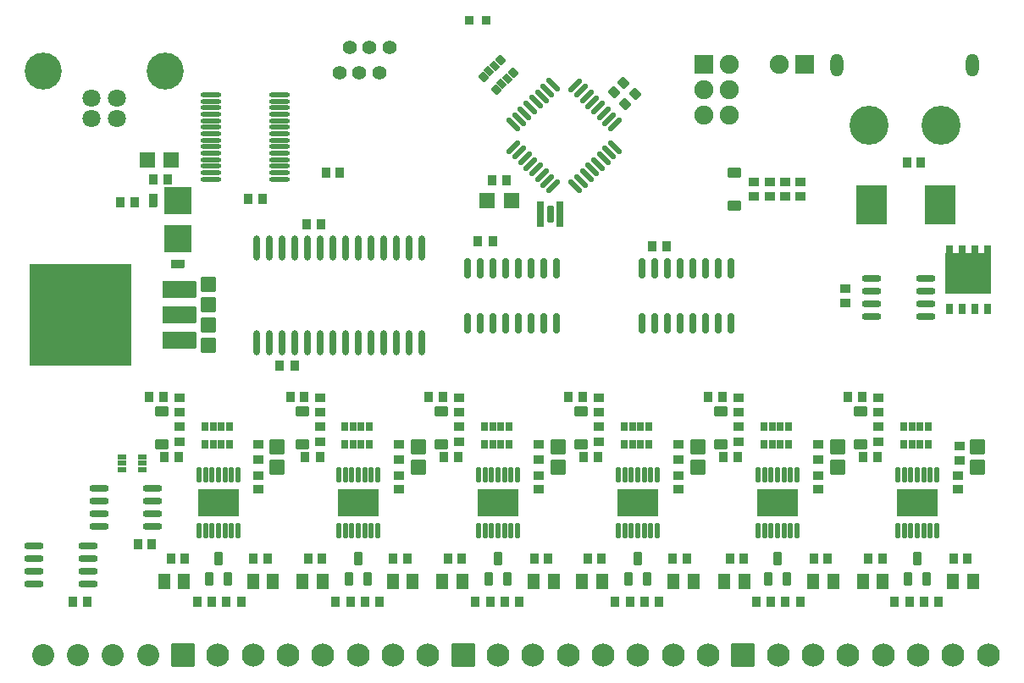
<source format=gts>
G04 Layer: TopSolderMaskLayer*
G04 EasyEDA v6.5.22, 2023-03-20 16:50:00*
G04 bf72e243e8a245ba8743e2d89751b4a0,10*
G04 Gerber Generator version 0.2*
G04 Scale: 100 percent, Rotated: No, Reflected: No *
G04 Dimensions in inches *
G04 leading zeros omitted , absolute positions ,3 integer and 6 decimal *
%FSLAX36Y36*%
%MOIN*%

%AMMACRO1*1,1,$1,$2,$3*1,1,$1,$4,$5*1,1,$1,0-$2,0-$3*1,1,$1,0-$4,0-$5*20,1,$1,$2,$3,$4,$5,0*20,1,$1,$4,$5,0-$2,0-$3,0*20,1,$1,0-$2,0-$3,0-$4,0-$5,0*20,1,$1,0-$4,0-$5,$2,$3,0*4,1,4,$2,$3,$4,$5,0-$2,0-$3,0-$4,0-$5,$2,$3,0*%
%AMMACRO2*1,1,$1,$2,$3*1,1,$1,$4,$5*20,1,$1,$2,$3,$4,$5,0*%
%ADD10MACRO1,0.004X0.0157X-0.0177X-0.0157X-0.0177*%
%ADD11C,0.0552*%
%ADD12C,0.0749*%
%ADD13MACRO1,0.004X0.0354X0.0354X0.0354X-0.0354*%
%ADD14MACRO1,0.0039X-0.0118X0.0197X0.0118X0.0197*%
%ADD15MACRO1,0.0039X-0.0868X0.0787X0.0868X0.0787*%
%ADD16O,0.051182X0.090552*%
%ADD17C,0.1535*%
%ADD18MACRO1,0.004X0.0354X-0.0354X-0.0354X-0.0354*%
%ADD19MACRO1,0.004X-0.0177X-0.0157X-0.0177X0.0157*%
%ADD20MACRO1,0.004X0.0128X-0.0157X-0.0128X-0.0157*%
%ADD21MACRO1,0.004X0.0098X-0.0157X-0.0098X-0.0157*%
%ADD22MACRO1,0.004X-0.0128X-0.0492X-0.0128X0.0492*%
%ADD23MACRO1,0.004X-0.0098X-0.0315X-0.0098X0.0315*%
%ADD24C,0.0709*%
%ADD25C,0.1457*%
%ADD26C,0.0867*%
%ADD27MACRO1,0.004X-0.065X0.0297X0.065X0.0297*%
%ADD28MACRO1,0.004X-0.1972X0.1993X0.1972X0.1993*%
%ADD29O,0.08335X0.018331*%
%ADD30MACRO2,0.0217X-0.0167X0.0167X0.0167X-0.0167*%
%ADD31MACRO2,0.0217X-0.0167X-0.0167X0.0167X0.0167*%
%ADD32O,0.026597999999999997X0.098016*%
%ADD33MACRO1,0.0039X-0.0433X0.0433X0.0433X0.0433*%
%ADD34C,0.0906*%
%ADD35O,0.027700999999999996X0.081598*%
%ADD36O,0.077425X0.028803000000000002*%
%ADD37MACRO1,0.004X0.0079X0.0276X0.0079X-0.0276*%
%ADD38MACRO1,0.004X-0.0787X0.0522X0.0787X0.0522*%
%ADD39MACRO1,0.004X0.0202X-0.0021X0.0021X-0.0202*%
%ADD40MACRO1,0.004X0.0181X-0.0042X0.0042X-0.0181*%
%ADD41MACRO1,0.004X-0.0223X-0.0271X-0.0223X0.0271*%
%ADD42MACRO1,0.004X0.0223X-0.0271X0.0223X0.0271*%
%ADD43MACRO1,0.004X-0.017X0.0159X0.017X0.0159*%
%ADD44MACRO1,0.004X-0.017X-0.0159X0.017X-0.0159*%
%ADD45MACRO1,0.004X-0.0159X-0.017X-0.0159X0.017*%
%ADD46MACRO1,0.004X0.0159X-0.017X0.0159X0.017*%
%ADD47MACRO1,0.004X0.0159X0.017X0.0159X-0.017*%
%ADD48MACRO1,0.004X-0.0159X0.017X-0.0159X-0.017*%
%ADD49MACRO1,0.004X0.017X-0.0159X-0.017X-0.0159*%
%ADD50MACRO1,0.004X0.017X0.0159X-0.017X0.0159*%
%ADD51MACRO1,0.004X0.0154X0.0069X0.0154X-0.0069*%
%ADD52MACRO1,0.004X-0.0157X-0.0157X-0.0157X0.0157*%
%ADD53MACRO1,0.004X0.0526X-0.05X-0.0526X-0.05*%
%ADD54MACRO1,0.004X0.015X-0.025X-0.015X-0.025*%
%ADD55MACRO1,0.004X0.0138X0.0246X0.0138X-0.0246*%
%ADD56MACRO1,0.004X0.024X0.0179X0.024X-0.0179*%
%ADD57MACRO1,0.004X-0.0596X-0.0752X0.0596X-0.0752*%
%ADD58MACRO1,0.004X-0.0295X0.0268X0.0295X0.0268*%
%ADD59MACRO1,0.004X0.0295X-0.0267X-0.0295X-0.0267*%
%ADD60MACRO1,0.004X0.0266X-0.0278X-0.0266X-0.0278*%
%ADD61MACRO1,0.004X0.0266X0.0278X-0.0266X0.0278*%
%ADD62MACRO1,0.004X-0.0266X0.0278X0.0266X0.0278*%
%ADD63MACRO1,0.004X-0.0266X-0.0278X0.0266X-0.0278*%
%ADD64MACRO1,0.004X-0.0157X0.0177X0.0157X0.0177*%
%ADD65MACRO1,0.004X-0.0237X0.0014X-0.0014X0.0237*%
%ADD66MACRO1,0.004X0.0177X0.0157X0.0177X-0.0157*%
%ADD67MACRO1,0.004X0.05X0.0526X0.05X-0.0526*%
%ADD68MACRO1,0.004X0.025X0.015X0.025X-0.015*%
%ADD69C,0.0165*%

%LPD*%
D10*
G01*
X3512433Y-699999D03*
G01*
X3567552Y-699999D03*
D11*
G01*
X1476350Y-246030D03*
G01*
X1437049Y-344529D03*
G01*
X1318950Y-246030D03*
G01*
X1358249Y-344529D03*
G01*
X1397650Y-246030D03*
G01*
X1279549Y-344529D03*
D12*
G01*
X2813940Y-513820D03*
G01*
X2713940Y-513820D03*
G01*
X2813940Y-413820D03*
G01*
X2713940Y-413820D03*
G01*
X2813940Y-313820D03*
D13*
G01*
X2713937Y-313817D03*
D14*
G01*
X3679992Y-1275155D03*
G01*
X3729992Y-1275155D03*
G01*
X3779992Y-1275155D03*
G01*
X3829992Y-1275155D03*
G01*
X3829992Y-1044841D03*
G01*
X3779992Y-1044841D03*
G01*
X3729992Y-1044841D03*
G01*
X3679992Y-1044841D03*
D15*
G01*
X3754992Y-1135982D03*
D16*
G01*
X3238180Y-314960D03*
G01*
X3769679Y-314960D03*
D17*
G01*
X3362200Y-551179D03*
G01*
X3645659Y-551179D03*
D12*
G01*
X3008940Y-313820D03*
D18*
G01*
X3108937Y-313817D03*
D19*
G01*
X3713937Y-1931259D03*
G01*
X3713937Y-1986377D03*
G01*
X3163937Y-1931259D03*
G01*
X3163937Y-1986377D03*
D20*
G01*
X2401698Y-1809249D03*
G01*
X2401698Y-1738386D03*
D21*
G01*
X2433188Y-1809249D03*
G01*
X2433188Y-1738386D03*
G01*
X2464687Y-1809249D03*
G01*
X2464687Y-1738386D03*
D20*
G01*
X2496178Y-1809249D03*
G01*
X2496178Y-1738386D03*
G01*
X1851698Y-1809249D03*
G01*
X1851698Y-1738386D03*
D21*
G01*
X1883188Y-1809249D03*
G01*
X1883188Y-1738386D03*
G01*
X1914687Y-1809249D03*
G01*
X1914687Y-1738386D03*
D20*
G01*
X1946178Y-1809249D03*
G01*
X1946178Y-1738386D03*
G01*
X1301698Y-1809249D03*
G01*
X1301698Y-1738386D03*
D21*
G01*
X1333188Y-1809249D03*
G01*
X1333188Y-1738386D03*
G01*
X1364687Y-1809249D03*
G01*
X1364687Y-1738386D03*
D20*
G01*
X1396178Y-1809249D03*
G01*
X1396178Y-1738386D03*
G01*
X751698Y-1809249D03*
G01*
X751698Y-1738386D03*
D21*
G01*
X783188Y-1809249D03*
G01*
X783188Y-1738386D03*
G01*
X814687Y-1809249D03*
G01*
X814687Y-1738386D03*
D20*
G01*
X846177Y-1809249D03*
G01*
X846177Y-1738386D03*
G01*
X2951698Y-1809249D03*
G01*
X2951698Y-1738386D03*
D21*
G01*
X2983188Y-1809249D03*
G01*
X2983188Y-1738386D03*
G01*
X3014687Y-1809249D03*
G01*
X3014687Y-1738386D03*
D20*
G01*
X3046178Y-1809249D03*
G01*
X3046178Y-1738386D03*
D22*
G01*
X2071538Y-903818D03*
D23*
G01*
X2108938Y-903818D03*
D22*
G01*
X2146338Y-903818D03*
D24*
G01*
X403539Y-447049D03*
G01*
X305120Y-447049D03*
G01*
X305120Y-525790D03*
G01*
X403539Y-525790D03*
D25*
G01*
X595129Y-340360D03*
G01*
X113530Y-340360D03*
D26*
G01*
X112210Y-2639760D03*
G01*
X250000Y-2639760D03*
G01*
X387800Y-2639760D03*
G01*
X525590Y-2639760D03*
D27*
G01*
X648894Y-1298818D03*
G01*
X648894Y-1398818D03*
G01*
X648894Y-1198818D03*
D28*
G01*
X258980Y-1298817D03*
D29*
G01*
X1044970Y-765160D03*
G01*
X1044970Y-739569D03*
G01*
X1044970Y-713980D03*
G01*
X1044970Y-688389D03*
G01*
X1044970Y-662800D03*
G01*
X1044970Y-637210D03*
G01*
X1044970Y-611610D03*
G01*
X1044970Y-586019D03*
G01*
X1044970Y-560430D03*
G01*
X1044970Y-534839D03*
G01*
X1044970Y-509250D03*
G01*
X1044970Y-483659D03*
G01*
X1044970Y-458069D03*
G01*
X1044970Y-432480D03*
G01*
X772910Y-765160D03*
G01*
X772910Y-739569D03*
G01*
X772910Y-713980D03*
G01*
X772910Y-688389D03*
G01*
X772910Y-662800D03*
G01*
X772910Y-637210D03*
G01*
X772910Y-611610D03*
G01*
X772910Y-586019D03*
G01*
X772910Y-560430D03*
G01*
X772910Y-534839D03*
G01*
X772910Y-509250D03*
G01*
X772910Y-483659D03*
G01*
X772910Y-458069D03*
G01*
X772910Y-432480D03*
D30*
G01*
X1964009Y-549799D03*
G01*
X1986289Y-527520D03*
G01*
X2008560Y-505249D03*
G01*
X2030830Y-482980D03*
G01*
X2053099Y-460710D03*
G01*
X2075369Y-438439D03*
G01*
X2097640Y-416169D03*
G01*
X2119920Y-393889D03*
D31*
G01*
X2207609Y-394249D03*
G01*
X2229890Y-416519D03*
G01*
X2252159Y-438790D03*
G01*
X2274430Y-461059D03*
G01*
X2296700Y-483340D03*
G01*
X2318969Y-505600D03*
G01*
X2341239Y-527879D03*
G01*
X2363510Y-550150D03*
D30*
G01*
X2363870Y-637839D03*
G01*
X2341590Y-660119D03*
G01*
X2319319Y-682389D03*
G01*
X2297049Y-704660D03*
G01*
X2274780Y-726929D03*
G01*
X2252510Y-749199D03*
G01*
X2230239Y-771470D03*
G01*
X2207959Y-793750D03*
D31*
G01*
X2120270Y-793390D03*
G01*
X2098000Y-771119D03*
G01*
X2075720Y-748849D03*
G01*
X2053460Y-726580D03*
G01*
X2031179Y-704309D03*
G01*
X2008910Y-682039D03*
G01*
X1986640Y-659770D03*
G01*
X1964369Y-637490D03*
D32*
G01*
X1603940Y-1037049D03*
G01*
X1553940Y-1037049D03*
G01*
X1503940Y-1037049D03*
G01*
X1453940Y-1037049D03*
G01*
X1403940Y-1037049D03*
G01*
X1353940Y-1037049D03*
G01*
X1303940Y-1037049D03*
G01*
X1253940Y-1037049D03*
G01*
X1203940Y-1037049D03*
G01*
X1153940Y-1037049D03*
G01*
X1103940Y-1037049D03*
G01*
X1053940Y-1037049D03*
G01*
X1003940Y-1037049D03*
G01*
X953940Y-1037049D03*
G01*
X1603940Y-1410590D03*
G01*
X1553940Y-1410590D03*
G01*
X1503940Y-1410590D03*
G01*
X1453940Y-1410590D03*
G01*
X1403940Y-1410590D03*
G01*
X1353940Y-1410590D03*
G01*
X1303940Y-1410590D03*
G01*
X1253940Y-1410590D03*
G01*
X1203940Y-1410590D03*
G01*
X1153940Y-1410590D03*
G01*
X1103940Y-1410590D03*
G01*
X1053940Y-1410590D03*
G01*
X1003940Y-1410590D03*
G01*
X953940Y-1410590D03*
D33*
G01*
X2868102Y-2639758D03*
D34*
G01*
X3005910Y-2639760D03*
G01*
X3143699Y-2639760D03*
G01*
X3281499Y-2639760D03*
G01*
X3419290Y-2639760D03*
G01*
X3557089Y-2639760D03*
G01*
X3694880Y-2639760D03*
G01*
X3832680Y-2639760D03*
D33*
G01*
X1765742Y-2639758D03*
D34*
G01*
X1903549Y-2639760D03*
G01*
X2041340Y-2639760D03*
G01*
X2179139Y-2639760D03*
G01*
X2316930Y-2639760D03*
G01*
X2454729Y-2639760D03*
G01*
X2592520Y-2639760D03*
G01*
X2730320Y-2639760D03*
D33*
G01*
X663382Y-2639758D03*
D34*
G01*
X801189Y-2639760D03*
G01*
X938980Y-2639760D03*
G01*
X1076769Y-2639760D03*
G01*
X1214570Y-2639760D03*
G01*
X1352359Y-2639760D03*
G01*
X1490159Y-2639760D03*
G01*
X1627960Y-2639760D03*
D35*
G01*
X2818940Y-1116120D03*
G01*
X2768940Y-1116120D03*
G01*
X2718940Y-1116120D03*
G01*
X2668940Y-1116120D03*
G01*
X2618940Y-1116120D03*
G01*
X2568940Y-1116120D03*
G01*
X2518940Y-1116120D03*
G01*
X2468940Y-1116120D03*
G01*
X2818940Y-1331520D03*
G01*
X2768940Y-1331520D03*
G01*
X2718940Y-1331520D03*
G01*
X2668940Y-1331520D03*
G01*
X2618940Y-1331520D03*
G01*
X2568940Y-1331520D03*
G01*
X2518940Y-1331520D03*
G01*
X2468940Y-1331520D03*
G01*
X2133940Y-1116120D03*
G01*
X2083940Y-1116120D03*
G01*
X2033940Y-1116120D03*
G01*
X1983940Y-1116120D03*
G01*
X1933940Y-1116120D03*
G01*
X1883940Y-1116120D03*
G01*
X1833940Y-1116120D03*
G01*
X1783940Y-1116120D03*
G01*
X2133940Y-1331520D03*
G01*
X2083940Y-1331520D03*
G01*
X2033940Y-1331520D03*
G01*
X1983940Y-1331520D03*
G01*
X1933940Y-1331520D03*
G01*
X1883940Y-1331520D03*
G01*
X1833940Y-1331520D03*
G01*
X1783940Y-1331520D03*
D36*
G01*
X3585600Y-1305000D03*
G01*
X3585600Y-1255000D03*
G01*
X3585600Y-1205000D03*
G01*
X3585600Y-1155000D03*
G01*
X3374380Y-1305000D03*
G01*
X3374380Y-1255000D03*
G01*
X3374380Y-1205000D03*
G01*
X3374380Y-1155000D03*
G01*
X333330Y-1983820D03*
G01*
X333330Y-2033820D03*
G01*
X333330Y-2083820D03*
G01*
X333330Y-2133820D03*
G01*
X544549Y-1983820D03*
G01*
X544549Y-2033820D03*
G01*
X544549Y-2083820D03*
G01*
X544549Y-2133820D03*
G01*
X78330Y-2208820D03*
G01*
X78330Y-2258820D03*
G01*
X78330Y-2308820D03*
G01*
X78330Y-2358820D03*
G01*
X289549Y-2208820D03*
G01*
X289549Y-2258820D03*
G01*
X289549Y-2308820D03*
G01*
X289549Y-2358820D03*
D37*
G01*
X3630707Y-1928578D03*
G01*
X3605118Y-1928578D03*
G01*
X3579528Y-1928578D03*
G01*
X3553937Y-1928578D03*
G01*
X3528348Y-1928578D03*
G01*
X3502757Y-1928578D03*
G01*
X3477168Y-1928578D03*
G01*
X3477168Y-2149058D03*
G01*
X3502757Y-2149058D03*
G01*
X3528348Y-2149058D03*
G01*
X3553937Y-2149058D03*
G01*
X3579528Y-2149058D03*
G01*
X3605118Y-2149058D03*
G01*
X3630707Y-2149058D03*
D38*
G01*
X3553937Y-2038817D03*
D37*
G01*
X3080707Y-1928578D03*
G01*
X3055118Y-1928578D03*
G01*
X3029528Y-1928578D03*
G01*
X3003937Y-1928578D03*
G01*
X2978348Y-1928578D03*
G01*
X2952757Y-1928578D03*
G01*
X2927168Y-1928578D03*
G01*
X2927168Y-2149058D03*
G01*
X2952757Y-2149058D03*
G01*
X2978348Y-2149058D03*
G01*
X3003937Y-2149058D03*
G01*
X3029528Y-2149058D03*
G01*
X3055118Y-2149058D03*
G01*
X3080707Y-2149058D03*
D38*
G01*
X3003937Y-2038817D03*
D37*
G01*
X2530707Y-1928578D03*
G01*
X2505118Y-1928578D03*
G01*
X2479528Y-1928578D03*
G01*
X2453937Y-1928578D03*
G01*
X2428348Y-1928578D03*
G01*
X2402757Y-1928578D03*
G01*
X2377168Y-1928578D03*
G01*
X2377168Y-2149058D03*
G01*
X2402757Y-2149058D03*
G01*
X2428348Y-2149058D03*
G01*
X2453937Y-2149058D03*
G01*
X2479528Y-2149058D03*
G01*
X2505118Y-2149058D03*
G01*
X2530707Y-2149058D03*
D38*
G01*
X2453937Y-2038817D03*
D37*
G01*
X1980707Y-1928578D03*
G01*
X1955118Y-1928578D03*
G01*
X1929528Y-1928578D03*
G01*
X1903937Y-1928578D03*
G01*
X1878348Y-1928578D03*
G01*
X1852757Y-1928578D03*
G01*
X1827168Y-1928578D03*
G01*
X1827168Y-2149058D03*
G01*
X1852757Y-2149058D03*
G01*
X1878348Y-2149058D03*
G01*
X1903937Y-2149058D03*
G01*
X1929528Y-2149058D03*
G01*
X1955118Y-2149058D03*
G01*
X1980707Y-2149058D03*
D38*
G01*
X1903937Y-2038817D03*
D37*
G01*
X1430707Y-1928578D03*
G01*
X1405118Y-1928578D03*
G01*
X1379528Y-1928578D03*
G01*
X1353937Y-1928578D03*
G01*
X1328348Y-1928578D03*
G01*
X1302757Y-1928578D03*
G01*
X1277168Y-1928578D03*
G01*
X1277168Y-2149058D03*
G01*
X1302757Y-2149058D03*
G01*
X1328348Y-2149058D03*
G01*
X1353937Y-2149058D03*
G01*
X1379528Y-2149058D03*
G01*
X1405118Y-2149058D03*
G01*
X1430707Y-2149058D03*
D38*
G01*
X1353937Y-2038817D03*
D37*
G01*
X880707Y-1928578D03*
G01*
X855118Y-1928578D03*
G01*
X829528Y-1928578D03*
G01*
X803937Y-1928578D03*
G01*
X778348Y-1928578D03*
G01*
X752757Y-1928578D03*
G01*
X727167Y-1928578D03*
G01*
X727167Y-2149058D03*
G01*
X752757Y-2149058D03*
G01*
X778348Y-2149058D03*
G01*
X803937Y-2149058D03*
G01*
X829528Y-2149058D03*
G01*
X855118Y-2149058D03*
G01*
X880707Y-2149058D03*
D38*
G01*
X803937Y-2038817D03*
D20*
G01*
X3501698Y-1809249D03*
G01*
X3501698Y-1738386D03*
D21*
G01*
X3533188Y-1809249D03*
G01*
X3533188Y-1738386D03*
G01*
X3564687Y-1809249D03*
G01*
X3564687Y-1738386D03*
D20*
G01*
X3596178Y-1809249D03*
G01*
X3596178Y-1738386D03*
D39*
G01*
X1895588Y-412275D03*
G01*
X1845480Y-362167D03*
D40*
G01*
X1917855Y-390009D03*
G01*
X1867746Y-339900D03*
G01*
X1940129Y-367735D03*
G01*
X1890020Y-317626D03*
D39*
G01*
X1962395Y-345468D03*
G01*
X1912287Y-295359D03*
D41*
G01*
X3223310Y-2348818D03*
D42*
G01*
X3144566Y-2348818D03*
D41*
G01*
X2873310Y-2348818D03*
D42*
G01*
X2794566Y-2348818D03*
D41*
G01*
X3418310Y-2348818D03*
D42*
G01*
X3339566Y-2348818D03*
D41*
G01*
X3773310Y-2348818D03*
D42*
G01*
X3694566Y-2348818D03*
D41*
G01*
X2673310Y-2348818D03*
D42*
G01*
X2594566Y-2348818D03*
D41*
G01*
X2313310Y-2348818D03*
D42*
G01*
X2234566Y-2348818D03*
D41*
G01*
X2123310Y-2348818D03*
D42*
G01*
X2044565Y-2348818D03*
D41*
G01*
X1763310Y-2348818D03*
D42*
G01*
X1684565Y-2348818D03*
D41*
G01*
X1568310Y-2348818D03*
D42*
G01*
X1489565Y-2348818D03*
D41*
G01*
X1213310Y-2348818D03*
D42*
G01*
X1134565Y-2348818D03*
D41*
G01*
X668309Y-2348818D03*
D42*
G01*
X589565Y-2348818D03*
D41*
G01*
X1018310Y-2348818D03*
D42*
G01*
X939565Y-2348818D03*
D43*
G01*
X3163938Y-1868473D03*
D44*
G01*
X3163938Y-1809162D03*
D43*
G01*
X3718938Y-1873473D03*
D44*
G01*
X3718938Y-1814162D03*
D45*
G01*
X3638593Y-2428818D03*
D46*
G01*
X3579282Y-2428818D03*
D47*
G01*
X3464282Y-2428818D03*
D48*
G01*
X3523593Y-2428818D03*
D45*
G01*
X3093593Y-2428818D03*
D46*
G01*
X3034282Y-2428818D03*
D47*
G01*
X2919282Y-2428818D03*
D48*
G01*
X2978593Y-2428818D03*
D43*
G01*
X2613938Y-1868473D03*
D44*
G01*
X2613938Y-1809162D03*
D43*
G01*
X2063938Y-1868473D03*
D44*
G01*
X2063938Y-1809162D03*
D43*
G01*
X1513938Y-1868473D03*
D44*
G01*
X1513938Y-1809162D03*
D43*
G01*
X958938Y-1868473D03*
D44*
G01*
X958938Y-1809162D03*
D45*
G01*
X1103593Y-1498818D03*
D46*
G01*
X1044282Y-1498818D03*
D47*
G01*
X2364282Y-2428818D03*
D48*
G01*
X2423593Y-2428818D03*
D45*
G01*
X2538593Y-2428818D03*
D46*
G01*
X2479282Y-2428818D03*
D47*
G01*
X1814282Y-2428818D03*
D48*
G01*
X1873593Y-2428818D03*
D45*
G01*
X1988593Y-2428818D03*
D46*
G01*
X1929282Y-2428818D03*
D47*
G01*
X1264282Y-2428818D03*
D48*
G01*
X1323593Y-2428818D03*
D45*
G01*
X1438593Y-2428818D03*
D46*
G01*
X1379282Y-2428818D03*
D47*
G01*
X719282Y-2428818D03*
D48*
G01*
X778593Y-2428818D03*
D45*
G01*
X893593Y-2428818D03*
D46*
G01*
X834282Y-2428818D03*
D45*
G01*
X2568593Y-1028818D03*
D46*
G01*
X2509282Y-1028818D03*
D45*
G01*
X1883593Y-1008818D03*
D46*
G01*
X1824282Y-1008818D03*
D47*
G01*
X2239282Y-1858818D03*
D48*
G01*
X2298593Y-1858818D03*
D43*
G01*
X2298938Y-1798473D03*
D44*
G01*
X2298938Y-1739162D03*
D43*
G01*
X2298938Y-1683473D03*
D44*
G01*
X2298938Y-1624162D03*
D47*
G01*
X1689282Y-1858818D03*
D48*
G01*
X1748593Y-1858818D03*
D43*
G01*
X1748938Y-1798473D03*
D44*
G01*
X1748938Y-1739162D03*
D43*
G01*
X1748938Y-1683473D03*
D44*
G01*
X1748938Y-1624162D03*
D47*
G01*
X1144282Y-1858818D03*
D48*
G01*
X1203593Y-1858818D03*
D43*
G01*
X1203938Y-1798473D03*
D44*
G01*
X1203938Y-1739162D03*
D43*
G01*
X1203938Y-1683473D03*
D44*
G01*
X1203938Y-1624162D03*
D47*
G01*
X3339282Y-1858818D03*
D48*
G01*
X3398593Y-1858818D03*
D43*
G01*
X3398938Y-1798473D03*
D44*
G01*
X3398938Y-1739162D03*
D43*
G01*
X3398938Y-1683473D03*
D44*
G01*
X3398938Y-1624162D03*
D43*
G01*
X2848938Y-1683473D03*
D44*
G01*
X2848938Y-1624162D03*
D43*
G01*
X2848938Y-1798473D03*
D44*
G01*
X2848938Y-1739162D03*
D47*
G01*
X2789282Y-1858818D03*
D48*
G01*
X2848593Y-1858818D03*
D43*
G01*
X2973938Y-833473D03*
D44*
G01*
X2973938Y-774162D03*
D49*
G01*
X3033938Y-774162D03*
D50*
G01*
X3033938Y-833473D03*
D43*
G01*
X3093938Y-833473D03*
D44*
G01*
X3093938Y-774162D03*
D47*
G01*
X589282Y-1858818D03*
D48*
G01*
X648593Y-1858818D03*
D43*
G01*
X648938Y-1798473D03*
D44*
G01*
X648938Y-1739162D03*
D43*
G01*
X648938Y-1683473D03*
D44*
G01*
X648938Y-1624162D03*
D51*
G01*
X424961Y-1858228D03*
G01*
X424961Y-1883817D03*
G01*
X424961Y-1909408D03*
G01*
X502913Y-1909408D03*
G01*
X502913Y-1883817D03*
G01*
X502913Y-1858228D03*
D52*
G01*
X1858496Y-140000D03*
G01*
X1791496Y-140000D03*
D45*
G01*
X474655Y-855000D03*
D46*
G01*
X415344Y-855000D03*
D53*
G01*
X644540Y-850000D03*
D54*
G01*
X545459Y-850000D03*
D55*
G01*
X3516538Y-2338188D03*
G01*
X3591337Y-2338188D03*
G01*
X3553937Y-2259448D03*
G01*
X2966538Y-2338188D03*
G01*
X3041337Y-2338188D03*
G01*
X3003937Y-2259448D03*
G01*
X2416538Y-2338188D03*
G01*
X2491337Y-2338188D03*
G01*
X2453937Y-2259448D03*
G01*
X1866538Y-2338188D03*
G01*
X1941337Y-2338188D03*
G01*
X1903937Y-2259448D03*
G01*
X1316538Y-2338188D03*
G01*
X1391337Y-2338188D03*
G01*
X1353937Y-2259448D03*
G01*
X766537Y-2338188D03*
G01*
X841337Y-2338188D03*
G01*
X803937Y-2259448D03*
D56*
G01*
X2228938Y-1807817D03*
G01*
X2228938Y-1679818D03*
G01*
X1678938Y-1807817D03*
G01*
X1678938Y-1679818D03*
G01*
X1133938Y-1807817D03*
G01*
X1133938Y-1679818D03*
G01*
X3328938Y-1807817D03*
G01*
X3328938Y-1679818D03*
G01*
X2778938Y-1807817D03*
G01*
X2778938Y-1679818D03*
G01*
X2833938Y-867817D03*
G01*
X2833938Y-739818D03*
G01*
X578938Y-1807817D03*
G01*
X578938Y-1679818D03*
D57*
G01*
X3374753Y-864998D03*
G01*
X3645225Y-864998D03*
D58*
G01*
X522755Y-690000D03*
G01*
X617243Y-690000D03*
D59*
G01*
X1956181Y-848817D03*
G01*
X1861694Y-848817D03*
D60*
G01*
X763938Y-1179447D03*
D61*
G01*
X763938Y-1258188D03*
D62*
G01*
X763938Y-1418188D03*
D63*
G01*
X763938Y-1339447D03*
D60*
G01*
X3238937Y-1819447D03*
D61*
G01*
X3238937Y-1898188D03*
D60*
G01*
X3788937Y-1819447D03*
D61*
G01*
X3788937Y-1898188D03*
D60*
G01*
X2688937Y-1819447D03*
D61*
G01*
X2688937Y-1898188D03*
D60*
G01*
X2138937Y-1819447D03*
D61*
G01*
X2138937Y-1898188D03*
D60*
G01*
X1588937Y-1819447D03*
D61*
G01*
X1588937Y-1898188D03*
D60*
G01*
X1033937Y-1819447D03*
D61*
G01*
X1033937Y-1898188D03*
D10*
G01*
X2181379Y-1623817D03*
G01*
X2236496Y-1623817D03*
G01*
X1631379Y-1623817D03*
G01*
X1686496Y-1623817D03*
G01*
X1086379Y-1623817D03*
G01*
X1141496Y-1623817D03*
G01*
X3281379Y-1623817D03*
G01*
X3336496Y-1623817D03*
G01*
X2731379Y-1623817D03*
G01*
X2786496Y-1623817D03*
D64*
G01*
X602558Y-765000D03*
G01*
X547441Y-765000D03*
G01*
X1281496Y-738817D03*
G01*
X1226379Y-738817D03*
D65*
G01*
X2398425Y-384330D03*
G01*
X2359450Y-423305D03*
D64*
G01*
X3201496Y-2258817D03*
G01*
X3146379Y-2258817D03*
G01*
X2871496Y-2258817D03*
G01*
X2816379Y-2258817D03*
G01*
X3751496Y-2258817D03*
G01*
X3696379Y-2258817D03*
G01*
X3416496Y-2258817D03*
G01*
X3361379Y-2258817D03*
G01*
X2311496Y-2258817D03*
G01*
X2256379Y-2258817D03*
G01*
X2646496Y-2258817D03*
G01*
X2591379Y-2258817D03*
G01*
X1761496Y-2258817D03*
G01*
X1706379Y-2258817D03*
G01*
X2101496Y-2258817D03*
G01*
X2046379Y-2258817D03*
G01*
X1211496Y-2258817D03*
G01*
X1156379Y-2258817D03*
G01*
X1546496Y-2258817D03*
G01*
X1491379Y-2258817D03*
G01*
X671496Y-2258817D03*
G01*
X616378Y-2258817D03*
G01*
X996496Y-2258817D03*
G01*
X941379Y-2258817D03*
D10*
G01*
X531378Y-1623817D03*
G01*
X586496Y-1623817D03*
D19*
G01*
X3269992Y-1197438D03*
G01*
X3269992Y-1252556D03*
D64*
G01*
X286496Y-2428817D03*
G01*
X231378Y-2428817D03*
G01*
X541496Y-2203817D03*
G01*
X486378Y-2203817D03*
D19*
G01*
X2613937Y-1931259D03*
G01*
X2613937Y-1986377D03*
G01*
X2063937Y-1931259D03*
G01*
X2063937Y-1986377D03*
G01*
X1513937Y-1931259D03*
G01*
X1513937Y-1986377D03*
G01*
X958937Y-1931259D03*
G01*
X958937Y-1986377D03*
D10*
G01*
X1151379Y-943817D03*
G01*
X1206496Y-943817D03*
D64*
G01*
X976496Y-843817D03*
G01*
X921379Y-843817D03*
G01*
X1936496Y-768817D03*
G01*
X1881379Y-768817D03*
D65*
G01*
X2443425Y-429330D03*
G01*
X2404450Y-468305D03*
D66*
G01*
X2908937Y-831377D03*
G01*
X2908937Y-776259D03*
D67*
G01*
X645000Y-1000459D03*
D68*
G01*
X645000Y-1099540D03*
M02*

</source>
